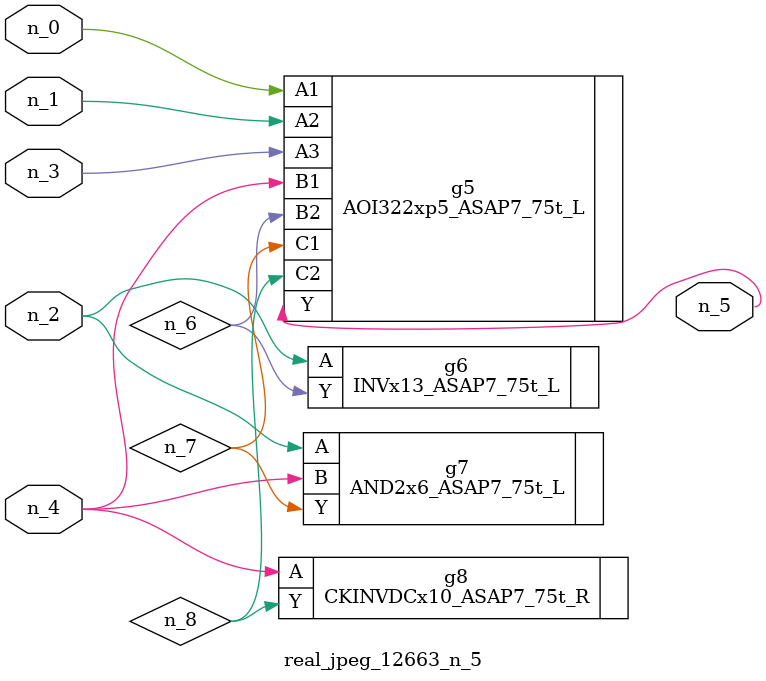
<source format=v>
module real_jpeg_12663_n_5 (n_4, n_0, n_1, n_2, n_3, n_5);

input n_4;
input n_0;
input n_1;
input n_2;
input n_3;

output n_5;

wire n_8;
wire n_6;
wire n_7;

AOI322xp5_ASAP7_75t_L g5 ( 
.A1(n_0),
.A2(n_1),
.A3(n_3),
.B1(n_4),
.B2(n_6),
.C1(n_7),
.C2(n_8),
.Y(n_5)
);

INVx13_ASAP7_75t_L g6 ( 
.A(n_2),
.Y(n_6)
);

AND2x6_ASAP7_75t_L g7 ( 
.A(n_2),
.B(n_4),
.Y(n_7)
);

CKINVDCx10_ASAP7_75t_R g8 ( 
.A(n_4),
.Y(n_8)
);


endmodule
</source>
